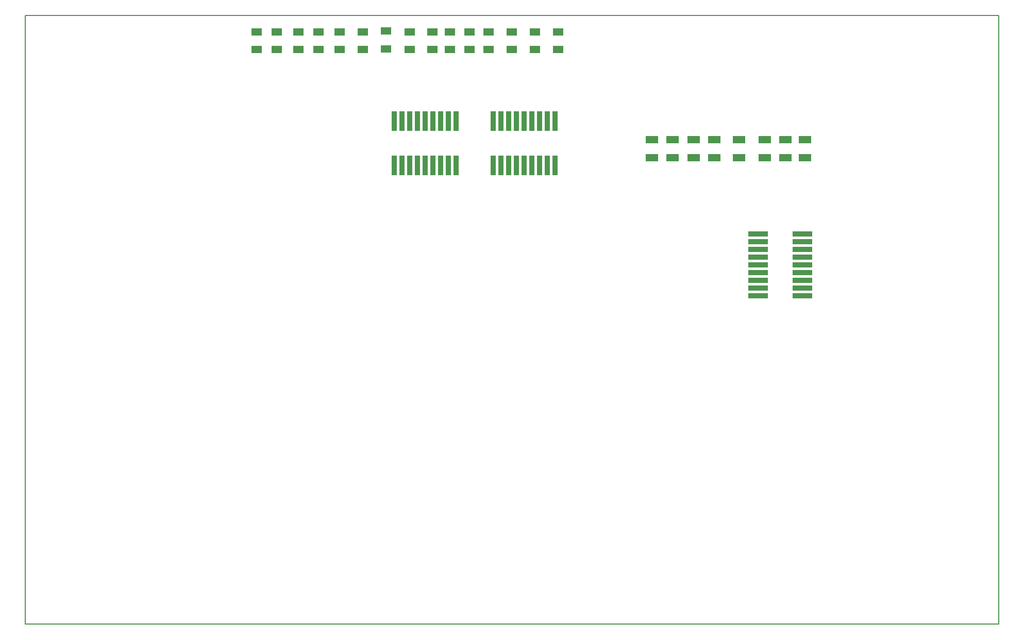
<source format=gbr>
G04 PROTEUS GERBER X2 FILE*
%TF.GenerationSoftware,Labcenter,Proteus,8.13-SP0-Build31525*%
%TF.CreationDate,2024-05-24T22:48:12+00:00*%
%TF.FileFunction,Paste,Top*%
%TF.FilePolarity,Positive*%
%TF.Part,Single*%
%TF.SameCoordinates,{2b1c703f-e340-49a6-ac8d-334d6c9c77ef}*%
%FSLAX45Y45*%
%MOMM*%
G01*
%TA.AperFunction,Material*%
%ADD40R,0.939800X3.251200*%
%TA.AperFunction,Material*%
%ADD41R,1.803400X1.143000*%
%TA.AperFunction,Material*%
%ADD42R,3.251200X0.939800*%
%TA.AperFunction,Material*%
%ADD43R,2.032000X1.270000*%
%TA.AperFunction,Profile*%
%ADD25C,0.203200*%
%TD.AperFunction*%
D40*
X-1930400Y+2540748D03*
X-1803400Y+2540748D03*
X-1676400Y+2540748D03*
X-1549400Y+2540748D03*
X-1422400Y+2540748D03*
X-1295400Y+2540748D03*
X-1168400Y+2540748D03*
X-1041400Y+2540748D03*
X-914400Y+2540748D03*
X-914400Y+3264648D03*
X-1041400Y+3264648D03*
X-1168400Y+3264648D03*
X-1295400Y+3264648D03*
X-1422400Y+3264648D03*
X-1549400Y+3264648D03*
X-1676400Y+3264648D03*
X-1803400Y+3264648D03*
X-1930400Y+3264648D03*
D41*
X-4191000Y+4731813D03*
X-4191000Y+4441813D03*
X-3860800Y+4731813D03*
X-3860800Y+4441813D03*
X-3505200Y+4731813D03*
X-3505200Y+4441813D03*
X-3175000Y+4731813D03*
X-3175000Y+4441813D03*
X-2832100Y+4731813D03*
X-2832100Y+4441813D03*
X-2451100Y+4731813D03*
X-2451100Y+4441813D03*
X-2070100Y+4744513D03*
X-2070100Y+4454513D03*
X-1676400Y+4731813D03*
X-1676400Y+4441813D03*
D40*
X-304800Y+2540748D03*
X-177800Y+2540748D03*
X-50800Y+2540748D03*
X+76200Y+2540748D03*
X+203200Y+2540748D03*
X+330200Y+2540748D03*
X+457200Y+2540748D03*
X+584200Y+2540748D03*
X+711200Y+2540748D03*
X+711200Y+3264648D03*
X+584200Y+3264648D03*
X+457200Y+3264648D03*
X+330200Y+3264648D03*
X+203200Y+3264648D03*
X+76200Y+3264648D03*
X-50800Y+3264648D03*
X-177800Y+3264648D03*
X-304800Y+3264648D03*
D41*
X-1308100Y+4731813D03*
X-1308100Y+4441813D03*
X-1016000Y+4731813D03*
X-1016000Y+4441813D03*
X-698500Y+4731813D03*
X-698500Y+4441813D03*
X-381000Y+4731813D03*
X-381000Y+4441813D03*
X+0Y+4731813D03*
X+0Y+4441813D03*
X+381000Y+4731813D03*
X+381000Y+4441813D03*
X+762000Y+4731813D03*
X+762000Y+4441813D03*
D42*
X+4044950Y+1409700D03*
X+4044950Y+1282700D03*
X+4044950Y+1155700D03*
X+4044950Y+1028700D03*
X+4044950Y+901700D03*
X+4044950Y+774700D03*
X+4044950Y+647700D03*
X+4044950Y+520700D03*
X+4044950Y+393700D03*
X+4768850Y+393700D03*
X+4768850Y+520700D03*
X+4768850Y+647700D03*
X+4768850Y+774700D03*
X+4768850Y+901700D03*
X+4768850Y+1028700D03*
X+4768850Y+1155700D03*
X+4768850Y+1282700D03*
X+4768850Y+1409700D03*
D43*
X+4813300Y+2957000D03*
X+4813300Y+2667000D03*
X+4495800Y+2957000D03*
X+4495800Y+2667000D03*
X+4152900Y+2957000D03*
X+4152900Y+2667000D03*
X+3733800Y+2957000D03*
X+3733800Y+2667000D03*
X+3327400Y+2957000D03*
X+3327400Y+2667000D03*
X+2984500Y+2957000D03*
X+2984500Y+2667000D03*
X+2641600Y+2957000D03*
X+2641600Y+2667000D03*
X+2298700Y+2957000D03*
X+2298700Y+2667000D03*
D25*
X-8000000Y-5000000D02*
X+8000000Y-5000000D01*
X+8000000Y+5000000D01*
X-8000000Y+5000000D01*
X-8000000Y-5000000D01*
M02*

</source>
